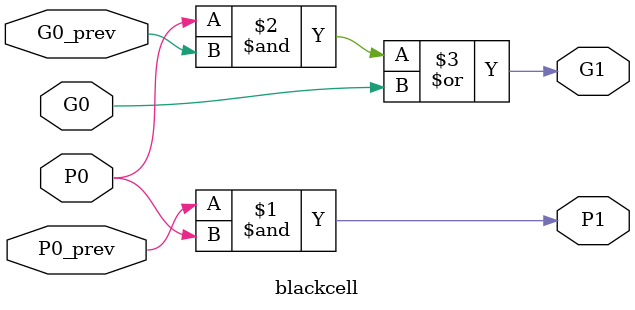
<source format=v>
`timescale 1ns / 1ps
module blackcell(output P1,G1,input P0,G0,P0_prev,G0_prev);
    wire P1,G1;
    assign P1=P0_prev & P0;
    assign G1=(P0&G0_prev)|G0;
endmodule    

</source>
